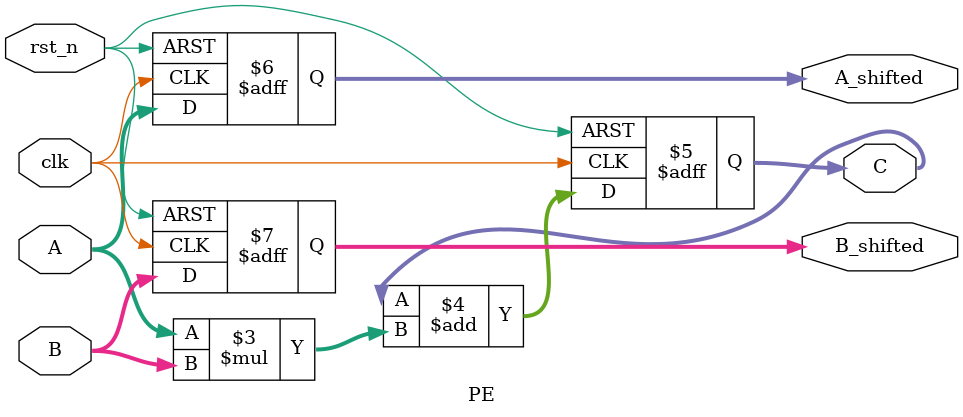
<source format=sv>
module PE #(parameter DATAWIDTH = 16, N_SIZE = 3) (
	input clk,rst_n,   // Clock
	input [DATAWIDTH - 1:0] A,B,
	output reg [DATAWIDTH - 1:0] A_shifted, B_shifted,
	output reg [DATAWIDTH*2 - 1:0] C
);

	always @(posedge clk or negedge rst_n) begin 
		if(~rst_n) begin
			C <= 0;
			A_shifted <= 0;
			B_shifted <= 0;
		end else begin
			A_shifted <= A; 
			B_shifted <= B;  
			C <= C + (A*B); 
		end
	end
endmodule

</source>
